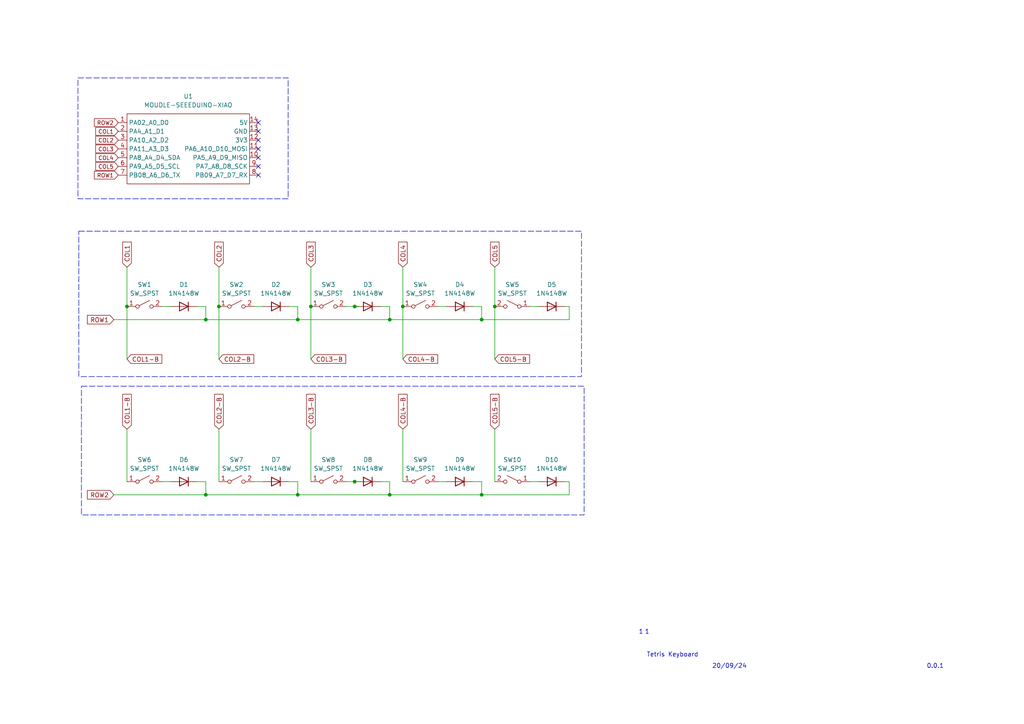
<source format=kicad_sch>
(kicad_sch (version 20231120) (generator "eeschema") (generator_version "8.0")
  (paper "A4")
  (lib_symbols
    (symbol "Diode:1N4148W" (pin_numbers hide) (pin_names hide)
      (property "Reference" "D" (at 0 2.54 0))
      (property "Value" "1N4148W" (at 0 -2.54 0))
      (symbol "1N4148W_0_1"
        (polyline (pts (xy -1.27 1.27) (xy -1.27 -1.27)) (stroke (width 0.254)))
        (polyline (pts (xy 1.27 0) (xy -1.27 0)))
        (polyline (pts (xy 1.27 1.27) (xy 1.27 -1.27) (xy -1.27 0) (xy 1.27 1.27)) (stroke (width 0.254)))
      )
      (symbol "1N4148W_1_1"
        (pin passive line (at -3.81 0 0) (length 2.54) (name "K") (number "1"))
        (pin passive line (at 3.81 0 180) (length 2.54) (name "A") (number "2"))
      )
    )
    (symbol "MOUDLE-SEEEDUINO-XIAO:MOUDLE-SEEEDUINO-XIAO"
      (property "Reference" "U" (at -16.51 11.43 0))
      (property "Value" "MOUDLE-SEEEDUINO-XIAO" (at -3.81 -11.43 0))
      (symbol "MOUDLE-SEEEDUINO-XIAO_0_1"
        (rectangle (start -16.51 10.16) (end 19.05 -10.16))
      )
      (symbol "MOUDLE-SEEEDUINO-XIAO_1_1"
        (pin passive line (at -19.05 7.62 0) (length 2.54) (name "PA02_A0_D0") (number "1"))
        (pin passive line (at 21.59 -2.54 180) (length 2.54) (name "PA5_A9_D9_MISO") (number "10"))
        (pin passive line (at 21.59 0 180) (length 2.54) (name "PA6_A10_D10_MOSI") (number "11"))
        (pin passive line (at 21.59 2.54 180) (length 2.54) (name "3V3") (number "12"))
        (pin passive line (at 21.59 5.08 180) (length 2.54) (name "GND") (number "13"))
        (pin passive line (at 21.59 7.62 180) (length 2.54) (name "5V") (number "14"))
        (pin passive line (at -19.05 5.08 0) (length 2.54) (name "PA4_A1_D1") (number "2"))
        (pin passive line (at -19.05 2.54 0) (length 2.54) (name "PA10_A2_D2") (number "3"))
        (pin passive line (at -19.05 0 0) (length 2.54) (name "PA11_A3_D3") (number "4"))
        (pin passive line (at -19.05 -2.54 0) (length 2.54) (name "PA8_A4_D4_SDA") (number "5"))
        (pin passive line (at -19.05 -5.08 0) (length 2.54) (name "PA9_A5_D5_SCL") (number "6"))
        (pin passive line (at -19.05 -7.62 0) (length 2.54) (name "PB08_A6_D6_TX") (number "7"))
        (pin passive line (at 21.59 -7.62 180) (length 2.54) (name "PB09_A7_D7_RX") (number "8"))
        (pin passive line (at 21.59 -5.08 180) (length 2.54) (name "PA7_A8_D8_SCK") (number "9"))
      )
    )
    (symbol "Switch:SW_SPST" (pin_names (offset 0) hide)
      (property "Reference" "SW" (at 0 3.175 0))
      (property "Value" "SW_SPST" (at 0 -2.54 0))
      (symbol "SW_SPST_0_0"
        (circle (center -2.032 0) (radius 0.508))
        (polyline (pts (xy -1.524 0.254) (xy 1.524 1.778)))
        (circle (center 2.032 0) (radius 0.508))
      )
      (symbol "SW_SPST_1_1"
        (pin passive line (at -5.08 0 0) (length 2.54) (name "A") (number "1"))
        (pin passive line (at 5.08 0 180) (length 2.54) (name "B") (number "2"))
      )
    )
  )
  (junction (at 102.87 139.7))
  (junction (at 113.03 143.51))
  (junction (at 116.84 88.9))
  (junction (at 90.17 88.9))
  (junction (at 59.69 143.51))
  (junction (at 113.03 92.71))
  (junction (at 86.36 143.51))
  (junction (at 59.69 92.71))
  (junction (at 102.87 88.9))
  (junction (at 143.51 88.9))
  (junction (at 86.36 92.71))
  (junction (at 139.7 143.51))
  (junction (at 139.7 92.71))
  (junction (at 63.5 88.9))
  (junction (at 36.83 88.9))
  (no_connect (at 74.93 50.8))
  (no_connect (at 74.93 38.1))
  (no_connect (at 74.93 43.18))
  (no_connect (at 74.93 35.56))
  (no_connect (at 74.93 48.26))
  (no_connect (at 74.93 45.72))
  (no_connect (at 74.93 40.64))
  (wire (pts (xy 139.7 139.7) (xy 139.7 143.51)))
  (wire (pts (xy 165.1 139.7) (xy 163.83 139.7)))
  (wire (pts (xy 63.5 124.46) (xy 63.5 139.7)))
  (wire (pts (xy 33.02 143.51) (xy 59.69 143.51)))
  (wire (pts (xy 113.03 143.51) (xy 139.7 143.51)))
  (wire (pts (xy 139.7 88.9) (xy 139.7 92.71)))
  (wire (pts (xy 36.83 88.9) (xy 36.83 104.14)))
  (wire (pts (xy 90.17 77.47) (xy 90.17 88.9)))
  (wire (pts (xy 113.03 88.9) (xy 113.03 92.71)))
  (wire (pts (xy 36.83 124.46) (xy 36.83 139.7)))
  (wire (pts (xy 73.66 88.9) (xy 76.2 88.9)))
  (wire (pts (xy 33.02 92.71) (xy 59.69 92.71)))
  (wire (pts (xy 57.15 139.7) (xy 59.69 139.7)))
  (wire (pts (xy 83.82 88.9) (xy 86.36 88.9)))
  (wire (pts (xy 86.36 92.71) (xy 113.03 92.71)))
  (wire (pts (xy 153.67 88.9) (xy 156.21 88.9)))
  (wire (pts (xy 36.83 77.47) (xy 36.83 88.9)))
  (wire (pts (xy 113.03 92.71) (xy 139.7 92.71)))
  (wire (pts (xy 90.17 88.9) (xy 90.17 104.14)))
  (wire (pts (xy 63.5 88.9) (xy 63.5 104.14)))
  (wire (pts (xy 143.51 77.47) (xy 143.51 88.9)))
  (wire (pts (xy 116.84 88.9) (xy 116.84 104.14)))
  (wire (pts (xy 165.1 92.71) (xy 165.1 88.9)))
  (wire (pts (xy 59.69 143.51) (xy 86.36 143.51)))
  (wire (pts (xy 73.66 139.7) (xy 76.2 139.7)))
  (wire (pts (xy 110.49 88.9) (xy 113.03 88.9)))
  (wire (pts (xy 116.84 124.46) (xy 116.84 139.7)))
  (wire (pts (xy 139.7 143.51) (xy 165.1 143.51)))
  (wire (pts (xy 116.84 77.47) (xy 116.84 88.9)))
  (wire (pts (xy 86.36 139.7) (xy 86.36 143.51)))
  (wire (pts (xy 83.82 139.7) (xy 86.36 139.7)))
  (wire (pts (xy 143.51 88.9) (xy 143.51 104.14)))
  (wire (pts (xy 143.51 124.46) (xy 143.51 139.7)))
  (wire (pts (xy 86.36 143.51) (xy 113.03 143.51)))
  (wire (pts (xy 137.16 88.9) (xy 139.7 88.9)))
  (wire (pts (xy 165.1 88.9) (xy 163.83 88.9)))
  (wire (pts (xy 46.99 139.7) (xy 49.53 139.7)))
  (wire (pts (xy 127 139.7) (xy 129.54 139.7)))
  (wire (pts (xy 139.7 92.71) (xy 165.1 92.71)))
  (wire (pts (xy 57.15 88.9) (xy 59.69 88.9)))
  (wire (pts (xy 63.5 77.47) (xy 63.5 88.9)))
  (wire (pts (xy 59.69 92.71) (xy 86.36 92.71)))
  (wire (pts (xy 137.16 139.7) (xy 139.7 139.7)))
  (wire (pts (xy 165.1 143.51) (xy 165.1 139.7)))
  (wire (pts (xy 86.36 88.9) (xy 86.36 92.71)))
  (wire (pts (xy 100.33 88.9) (xy 102.87 88.9)))
  (wire (pts (xy 127 88.9) (xy 129.54 88.9)))
  (wire (pts (xy 46.99 88.9) (xy 49.53 88.9)))
  (wire (pts (xy 59.69 88.9) (xy 59.69 92.71)))
  (wire (pts (xy 100.33 139.7) (xy 102.87 139.7)))
  (wire (pts (xy 59.69 139.7) (xy 59.69 143.51)))
  (wire (pts (xy 102.87 139.7) (xy 104.14 139.7)))
  (wire (pts (xy 102.87 88.9) (xy 104.14 88.9)))
  (wire (pts (xy 113.03 139.7) (xy 113.03 143.51)))
  (wire (pts (xy 153.67 139.7) (xy 156.21 139.7)))
  (wire (pts (xy 110.49 139.7) (xy 113.03 139.7)))
  (wire (pts (xy 90.17 124.46) (xy 90.17 139.7)))
  (rectangle (start 22.86 67.056) (end 168.656 109.22) (stroke (width 0) (type dash)))
  (rectangle (start 23.622 112.014) (end 169.418 149.352) (stroke (width 0) (type dash)))
  (rectangle (start 22.606 22.606) (end 83.566 57.658) (stroke (width 0) (type dash)))
  (text "Tetris Keyboard\n" (at 195.072 189.992 0) (effects (font (size 1.27 1.27))))
  (text "0.0.1" (at 271.272 193.294 0) (effects (font (size 1.27 1.27))))
  (text "1" (at 187.706 183.388 0) (effects (font (size 1.27 1.27))))
  (text "1" (at 185.928 183.388 0) (effects (font (size 1.27 1.27))))
  (text "20/09/24" (at 211.582 193.294 0) (effects (font (size 1.27 1.27))))
  (global_label "COL2-B" (shape input) (at 63.5 124.46 90) (property "Intersheetrefs" "${INTERSHEET_REFS}" (effects (hide yes))))
  (global_label "COL4" (shape input) (at 34.29 45.72 180) (effects (font (size 1.143 1.143))) (property "Intersheetrefs" "${INTERSHEET_REFS}" (effects (hide yes))))
  (global_label "COL3-B" (shape input) (at 90.17 104.14 0) (property "Intersheetrefs" "${INTERSHEET_REFS}" (effects (hide yes))))
  (global_label "COL1-B" (shape input) (at 36.83 104.14 0) (property "Intersheetrefs" "${INTERSHEET_REFS}" (effects (hide yes))))
  (global_label "COL2" (shape input) (at 63.5 77.47 90) (property "Intersheetrefs" "${INTERSHEET_REFS}" (effects (hide yes))))
  (global_label "COL3-B" (shape input) (at 90.17 124.46 90) (property "Intersheetrefs" "${INTERSHEET_REFS}" (effects (hide yes))))
  (global_label "COL4" (shape input) (at 116.84 77.47 90) (property "Intersheetrefs" "${INTERSHEET_REFS}" (effects (hide yes))))
  (global_label "COL5" (shape input) (at 34.29 48.26 180) (effects (font (size 1.143 1.143))) (property "Intersheetrefs" "${INTERSHEET_REFS}" (effects (hide yes))))
  (global_label "COL5-B" (shape input) (at 143.51 124.46 90) (property "Intersheetrefs" "${INTERSHEET_REFS}" (effects (hide yes))))
  (global_label "ROW2" (shape input) (at 34.29 35.56 180) (effects (font (size 1.143 1.143))) (property "Intersheetrefs" "${INTERSHEET_REFS}" (effects (hide yes))))
  (global_label "COL5" (shape input) (at 143.51 77.47 90) (property "Intersheetrefs" "${INTERSHEET_REFS}" (effects (hide yes))))
  (global_label "COL5-B" (shape input) (at 143.51 104.14 0) (property "Intersheetrefs" "${INTERSHEET_REFS}" (effects (hide yes))))
  (global_label "COL4-B" (shape input) (at 116.84 104.14 0) (property "Intersheetrefs" "${INTERSHEET_REFS}" (effects (hide yes))))
  (global_label "ROW2" (shape input) (at 33.02 143.51 180) (property "Intersheetrefs" "${INTERSHEET_REFS}" (effects (hide yes))))
  (global_label "COL2" (shape input) (at 34.29 40.64 180) (effects (font (size 1.143 1.143))) (property "Intersheetrefs" "${INTERSHEET_REFS}" (effects (hide yes))))
  (global_label "COL1" (shape input) (at 34.29 38.1 180) (effects (font (size 1.143 1.143))) (property "Intersheetrefs" "${INTERSHEET_REFS}" (effects (hide yes))))
  (global_label "COL2-B" (shape input) (at 63.5 104.14 0) (property "Intersheetrefs" "${INTERSHEET_REFS}" (effects (hide yes))))
  (global_label "ROW1" (shape input) (at 33.02 92.71 180) (property "Intersheetrefs" "${INTERSHEET_REFS}" (effects (hide yes))))
  (global_label "COL3" (shape input) (at 34.29 43.18 180) (effects (font (size 1.143 1.143))) (property "Intersheetrefs" "${INTERSHEET_REFS}" (effects (hide yes))))
  (global_label "COL1-B" (shape input) (at 36.83 124.46 90) (property "Intersheetrefs" "${INTERSHEET_REFS}" (effects (hide yes))))
  (global_label "ROW1" (shape input) (at 34.29 50.8 180) (effects (font (size 1.143 1.143))) (property "Intersheetrefs" "${INTERSHEET_REFS}" (effects (hide yes))))
  (global_label "COL1" (shape input) (at 36.83 77.47 90) (property "Intersheetrefs" "${INTERSHEET_REFS}" (effects (hide yes))))
  (global_label "COL4-B" (shape input) (at 116.84 124.46 90) (property "Intersheetrefs" "${INTERSHEET_REFS}" (effects (hide yes))))
  (global_label "COL3" (shape input) (at 90.17 77.47 90) (property "Intersheetrefs" "${INTERSHEET_REFS}" (effects (hide yes))))
  (symbol (lib_id "Switch:SW_SPST") (at 68.58 88.9 0) (unit 1)
    (property "Reference" "SW2" (at 68.58 82.55 0))
    (property "Value" "SW_SPST" (at 68.58 85.09 0))
    (property "Description" "Single Pole Single Throw (SPST) switch" (effects (hide yes)))
  )
  (symbol (lib_id "Switch:SW_SPST") (at 95.25 88.9 0) (unit 1)
    (property "Reference" "SW3" (at 95.25 82.55 0))
    (property "Value" "SW_SPST" (at 95.25 85.09 0))
    (property "Description" "Single Pole Single Throw (SPST) switch" (effects (hide yes)))
  )
  (symbol (lib_id "Switch:SW_SPST") (at 68.58 139.7 0) (unit 1)
    (property "Reference" "SW7" (at 68.58 133.35 0))
    (property "Value" "SW_SPST" (at 68.58 135.89 0))
    (property "Description" "Single Pole Single Throw (SPST) switch" (effects (hide yes)))
  )
  (symbol (lib_id "Diode:1N4148W") (at 160.02 139.7 0) (mirror y) (unit 1)
    (property "Reference" "D10" (at 160.02 133.35 0))
    (property "Value" "1N4148W" (at 160.02 135.89 0))
    (property "Footprint" "Diode_SMD:D_SOD-123" (effects (hide yes)))
    (property "Datasheet" "https://www.vishay.com/docs/85748/1n4148w.pdf" (effects (hide yes)))
    (property "Description" "75V 0.15A Fast Switching Diode, SOD-123" (effects (hide yes)))
    (property "Sim.Device" "D" (effects (hide yes)))
    (property "Sim.Pins" "1=K 2=A" (effects (hide yes)))
  )
  (symbol (lib_id "MOUDLE-SEEEDUINO-XIAO:MOUDLE-SEEEDUINO-XIAO") (at 53.34 43.18 0) (unit 1)
    (property "Reference" "U1" (at 54.61 27.94 0))
    (property "Value" "MOUDLE-SEEEDUINO-XIAO" (at 54.61 30.48 0))
  )
  (symbol (lib_id "Switch:SW_SPST") (at 148.59 139.7 0) (mirror y) (unit 1)
    (property "Reference" "SW10" (at 148.59 133.35 0))
    (property "Value" "SW_SPST" (at 148.59 135.89 0))
    (property "Description" "Single Pole Single Throw (SPST) switch" (effects (hide yes)))
  )
  (symbol (lib_id "Switch:SW_SPST") (at 121.92 88.9 0) (unit 1)
    (property "Reference" "SW4" (at 121.92 82.55 0))
    (property "Value" "SW_SPST" (at 121.92 85.09 0))
    (property "Description" "Single Pole Single Throw (SPST) switch" (effects (hide yes)))
  )
  (symbol (lib_id "Diode:1N4148W") (at 80.01 139.7 0) (mirror y) (unit 1)
    (property "Reference" "D7" (at 80.01 133.35 0))
    (property "Value" "1N4148W" (at 80.01 135.89 0))
    (property "Footprint" "Diode_SMD:D_SOD-123" (effects (hide yes)))
    (property "Datasheet" "https://www.vishay.com/docs/85748/1n4148w.pdf" (effects (hide yes)))
    (property "Description" "75V 0.15A Fast Switching Diode, SOD-123" (effects (hide yes)))
    (property "Sim.Device" "D" (effects (hide yes)))
    (property "Sim.Pins" "1=K 2=A" (effects (hide yes)))
  )
  (symbol (lib_id "Diode:1N4148W") (at 80.01 88.9 0) (mirror y) (unit 1)
    (property "Reference" "D2" (at 80.01 82.55 0))
    (property "Value" "1N4148W" (at 80.01 85.09 0))
    (property "Footprint" "Diode_SMD:D_SOD-123" (effects (hide yes)))
    (property "Datasheet" "https://www.vishay.com/docs/85748/1n4148w.pdf" (effects (hide yes)))
    (property "Description" "75V 0.15A Fast Switching Diode, SOD-123" (effects (hide yes)))
    (property "Sim.Device" "D" (effects (hide yes)))
    (property "Sim.Pins" "1=K 2=A" (effects (hide yes)))
  )
  (symbol (lib_id "Switch:SW_SPST") (at 95.25 139.7 0) (unit 1)
    (property "Reference" "SW8" (at 95.25 133.35 0))
    (property "Value" "SW_SPST" (at 95.25 135.89 0))
    (property "Description" "Single Pole Single Throw (SPST) switch" (effects (hide yes)))
  )
  (symbol (lib_id "Switch:SW_SPST") (at 41.91 139.7 0) (unit 1)
    (property "Reference" "SW6" (at 41.91 133.35 0))
    (property "Value" "SW_SPST" (at 41.91 135.89 0))
    (property "Description" "Single Pole Single Throw (SPST) switch" (effects (hide yes)))
  )
  (symbol (lib_id "Diode:1N4148W") (at 133.35 88.9 0) (mirror y) (unit 1)
    (property "Reference" "D4" (at 133.35 82.55 0))
    (property "Value" "1N4148W" (at 133.35 85.09 0))
    (property "Footprint" "Diode_SMD:D_SOD-123" (effects (hide yes)))
    (property "Datasheet" "https://www.vishay.com/docs/85748/1n4148w.pdf" (effects (hide yes)))
    (property "Description" "75V 0.15A Fast Switching Diode, SOD-123" (effects (hide yes)))
    (property "Sim.Device" "D" (effects (hide yes)))
    (property "Sim.Pins" "1=K 2=A" (effects (hide yes)))
  )
  (symbol (lib_id "Diode:1N4148W") (at 106.68 88.9 0) (mirror y) (unit 1)
    (property "Reference" "D3" (at 106.68 82.55 0))
    (property "Value" "1N4148W" (at 106.68 85.09 0))
    (property "Footprint" "Diode_SMD:D_SOD-123" (effects (hide yes)))
    (property "Datasheet" "https://www.vishay.com/docs/85748/1n4148w.pdf" (effects (hide yes)))
    (property "Description" "75V 0.15A Fast Switching Diode, SOD-123" (effects (hide yes)))
    (property "Sim.Device" "D" (effects (hide yes)))
    (property "Sim.Pins" "1=K 2=A" (effects (hide yes)))
  )
  (symbol (lib_id "Switch:SW_SPST") (at 121.92 139.7 0) (unit 1)
    (property "Reference" "SW9" (at 121.92 133.35 0))
    (property "Value" "SW_SPST" (at 121.92 135.89 0))
    (property "Description" "Single Pole Single Throw (SPST) switch" (effects (hide yes)))
  )
  (symbol (lib_id "Diode:1N4148W") (at 53.34 139.7 0) (mirror y) (unit 1)
    (property "Reference" "D6" (at 53.34 133.35 0))
    (property "Value" "1N4148W" (at 53.34 135.89 0))
    (property "Footprint" "Diode_SMD:D_SOD-123" (effects (hide yes)))
    (property "Datasheet" "https://www.vishay.com/docs/85748/1n4148w.pdf" (effects (hide yes)))
    (property "Description" "75V 0.15A Fast Switching Diode, SOD-123" (effects (hide yes)))
    (property "Sim.Device" "D" (effects (hide yes)))
    (property "Sim.Pins" "1=K 2=A" (effects (hide yes)))
  )
  (symbol (lib_id "Diode:1N4148W") (at 53.34 88.9 0) (mirror y) (unit 1)
    (property "Reference" "D1" (at 53.34 82.55 0))
    (property "Value" "1N4148W" (at 53.34 85.09 0))
    (property "Footprint" "Diode_SMD:D_SOD-123" (effects (hide yes)))
    (property "Datasheet" "https://www.vishay.com/docs/85748/1n4148w.pdf" (effects (hide yes)))
    (property "Description" "75V 0.15A Fast Switching Diode, SOD-123" (effects (hide yes)))
    (property "Sim.Device" "D" (effects (hide yes)))
    (property "Sim.Pins" "1=K 2=A" (effects (hide yes)))
  )
  (symbol (lib_id "Diode:1N4148W") (at 133.35 139.7 0) (mirror y) (unit 1)
    (property "Reference" "D9" (at 133.35 133.35 0))
    (property "Value" "1N4148W" (at 133.35 135.89 0))
    (property "Footprint" "Diode_SMD:D_SOD-123" (effects (hide yes)))
    (property "Datasheet" "https://www.vishay.com/docs/85748/1n4148w.pdf" (effects (hide yes)))
    (property "Description" "75V 0.15A Fast Switching Diode, SOD-123" (effects (hide yes)))
    (property "Sim.Device" "D" (effects (hide yes)))
    (property "Sim.Pins" "1=K 2=A" (effects (hide yes)))
  )
  (symbol (lib_id "Switch:SW_SPST") (at 41.91 88.9 0) (unit 1)
    (property "Reference" "SW1" (at 41.91 82.55 0))
    (property "Value" "SW_SPST" (at 41.91 85.09 0))
    (property "Description" "Single Pole Single Throw (SPST) switch" (effects (hide yes)))
  )
  (symbol (lib_id "Diode:1N4148W") (at 106.68 139.7 0) (mirror y) (unit 1)
    (property "Reference" "D8" (at 106.68 133.35 0))
    (property "Value" "1N4148W" (at 106.68 135.89 0))
    (property "Footprint" "Diode_SMD:D_SOD-123" (effects (hide yes)))
    (property "Datasheet" "https://www.vishay.com/docs/85748/1n4148w.pdf" (effects (hide yes)))
    (property "Description" "75V 0.15A Fast Switching Diode, SOD-123" (effects (hide yes)))
    (property "Sim.Device" "D" (effects (hide yes)))
    (property "Sim.Pins" "1=K 2=A" (effects (hide yes)))
  )
  (symbol (lib_id "Diode:1N4148W") (at 160.02 88.9 0) (mirror y) (unit 1)
    (property "Reference" "D5" (at 160.02 82.55 0))
    (property "Value" "1N4148W" (at 160.02 85.09 0))
    (property "Footprint" "Diode_SMD:D_SOD-123" (effects (hide yes)))
    (property "Datasheet" "https://www.vishay.com/docs/85748/1n4148w.pdf" (effects (hide yes)))
    (property "Description" "75V 0.15A Fast Switching Diode, SOD-123" (effects (hide yes)))
    (property "Sim.Device" "D" (effects (hide yes)))
    (property "Sim.Pins" "1=K 2=A" (effects (hide yes)))
  )
  (symbol (lib_id "Switch:SW_SPST") (at 148.59 88.9 0) (mirror y) (unit 1)
    (property "Reference" "SW5" (at 148.59 82.55 0))
    (property "Value" "SW_SPST" (at 148.59 85.09 0))
    (property "Description" "Single Pole Single Throw (SPST) switch" (effects (hide yes)))
  )
)
</source>
